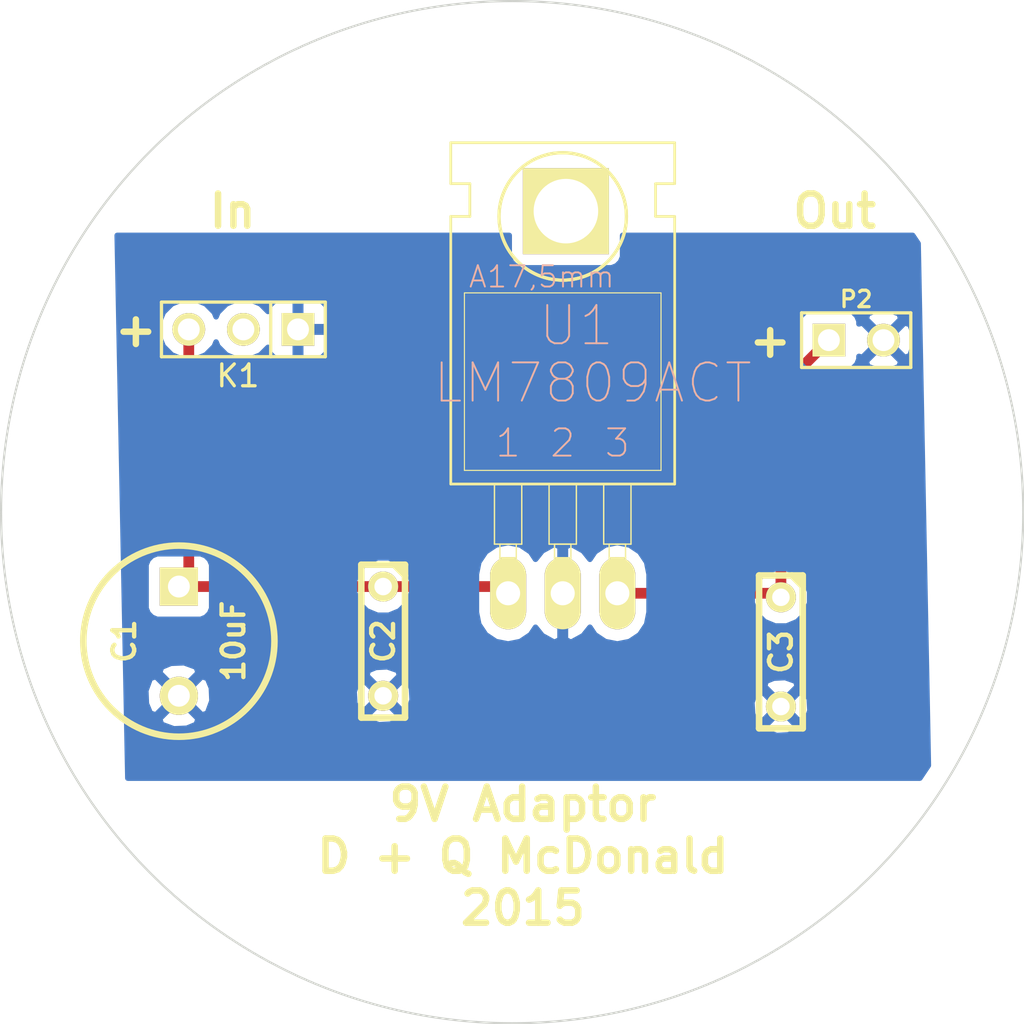
<source format=kicad_pcb>
(kicad_pcb (version 3) (host pcbnew "(2014-02-26 BZR 4721)-product")

  (general
    (links 10)
    (no_connects 0)
    (area 156.18027 96.18027 203.81973 143.81973)
    (thickness 1.6)
    (drawings 8)
    (tracks 9)
    (zones 0)
    (modules 7)
    (nets 5)
  )

  (page A4)
  (layers
    (15 F.Cu signal)
    (0 B.Cu signal hide)
    (16 B.Adhes user)
    (17 F.Adhes user)
    (18 B.Paste user)
    (19 F.Paste user)
    (20 B.SilkS user)
    (21 F.SilkS user)
    (22 B.Mask user)
    (23 F.Mask user)
    (24 Dwgs.User user)
    (25 Cmts.User user)
    (26 Eco1.User user)
    (27 Eco2.User user)
    (28 Edge.Cuts user)
  )

  (setup
    (last_trace_width 0.5)
    (trace_clearance 0.4)
    (zone_clearance 0.508)
    (zone_45_only no)
    (trace_min 0.254)
    (segment_width 0.2)
    (edge_width 0.1)
    (via_size 0.889)
    (via_drill 0.635)
    (via_min_size 0.889)
    (via_min_drill 0.508)
    (uvia_size 0.508)
    (uvia_drill 0.127)
    (uvias_allowed no)
    (uvia_min_size 0.508)
    (uvia_min_drill 0.127)
    (pcb_text_width 0.3)
    (pcb_text_size 1.5 1.5)
    (mod_edge_width 0.15)
    (mod_text_size 1 1)
    (mod_text_width 0.15)
    (pad_size 4 4)
    (pad_drill 3)
    (pad_to_mask_clearance 0)
    (aux_axis_origin 0 0)
    (visible_elements FFFFFF7F)
    (pcbplotparams
      (layerselection 283148289)
      (usegerberextensions true)
      (excludeedgelayer true)
      (linewidth 0.150000)
      (plotframeref false)
      (viasonmask false)
      (mode 1)
      (useauxorigin false)
      (hpglpennumber 1)
      (hpglpenspeed 20)
      (hpglpendiameter 15)
      (hpglpenoverlay 2)
      (psnegative false)
      (psa4output false)
      (plotreference true)
      (plotvalue true)
      (plotothertext true)
      (plotinvisibletext false)
      (padsonsilk false)
      (subtractmaskfromsilk false)
      (outputformat 1)
      (mirror false)
      (drillshape 0)
      (scaleselection 1)
      (outputdirectory Gerber/))
  )

  (net 0 "")
  (net 1 "Net-(C1-Pad1)")
  (net 2 "Net-(C1-Pad2)")
  (net 3 "Net-(C3-Pad1)")
  (net 4 "Net-(K1-Pad2)")

  (net_class Default "This is the default net class."
    (clearance 0.4)
    (trace_width 0.5)
    (via_dia 0.889)
    (via_drill 0.635)
    (uvia_dia 0.508)
    (uvia_drill 0.127)
    (add_net "")
    (add_net "Net-(C1-Pad1)")
    (add_net "Net-(C1-Pad2)")
    (add_net "Net-(C3-Pad1)")
    (add_net "Net-(K1-Pad2)")
  )

  (module discret:C2 (layer F.Cu) (tedit 200000) (tstamp 54C5714A)
    (at 174 126 270)
    (descr "Condensateur = 2 pas")
    (tags C)
    (path /54C56CFC)
    (fp_text reference C2 (at 0 0 270) (layer F.SilkS)
      (effects (font (size 1.016 1.016) (thickness 0.2032)))
    )
    (fp_text value 0.1uF (at 0 0 270) (layer F.SilkS) hide
      (effects (font (size 1.016 1.016) (thickness 0.2032)))
    )
    (fp_line (start -3.556 -1.016) (end 3.556 -1.016) (layer F.SilkS) (width 0.3048))
    (fp_line (start 3.556 -1.016) (end 3.556 1.016) (layer F.SilkS) (width 0.3048))
    (fp_line (start 3.556 1.016) (end -3.556 1.016) (layer F.SilkS) (width 0.3048))
    (fp_line (start -3.556 1.016) (end -3.556 -1.016) (layer F.SilkS) (width 0.3048))
    (fp_line (start -3.556 -0.508) (end -3.048 -1.016) (layer F.SilkS) (width 0.3048))
    (pad 1 thru_hole circle (at -2.54 0 270) (size 1.397 1.397) (drill 0.8128) (layers *.Cu *.Mask F.SilkS)
      (net 1 "Net-(C1-Pad1)"))
    (pad 2 thru_hole circle (at 2.54 0 270) (size 1.397 1.397) (drill 0.8128) (layers *.Cu *.Mask F.SilkS)
      (net 2 "Net-(C1-Pad2)"))
    (model discret/capa_2pas_5x5mm.wrl
      (at (xyz 0 0 0))
      (scale (xyz 1 1 1))
      (rotate (xyz 0 0 0))
    )
  )

  (module discret:C2 (layer F.Cu) (tedit 200000) (tstamp 54C57155)
    (at 192.5 126.5 270)
    (descr "Condensateur = 2 pas")
    (tags C)
    (path /54C56CE8)
    (fp_text reference C3 (at 0 0 270) (layer F.SilkS)
      (effects (font (size 1.016 1.016) (thickness 0.2032)))
    )
    (fp_text value 0.1uF (at 0 0 270) (layer F.SilkS) hide
      (effects (font (size 1.016 1.016) (thickness 0.2032)))
    )
    (fp_line (start -3.556 -1.016) (end 3.556 -1.016) (layer F.SilkS) (width 0.3048))
    (fp_line (start 3.556 -1.016) (end 3.556 1.016) (layer F.SilkS) (width 0.3048))
    (fp_line (start 3.556 1.016) (end -3.556 1.016) (layer F.SilkS) (width 0.3048))
    (fp_line (start -3.556 1.016) (end -3.556 -1.016) (layer F.SilkS) (width 0.3048))
    (fp_line (start -3.556 -0.508) (end -3.048 -1.016) (layer F.SilkS) (width 0.3048))
    (pad 1 thru_hole circle (at -2.54 0 270) (size 1.397 1.397) (drill 0.8128) (layers *.Cu *.Mask F.SilkS)
      (net 3 "Net-(C3-Pad1)"))
    (pad 2 thru_hole circle (at 2.54 0 270) (size 1.397 1.397) (drill 0.8128) (layers *.Cu *.Mask F.SilkS)
      (net 2 "Net-(C1-Pad2)"))
    (model discret/capa_2pas_5x5mm.wrl
      (at (xyz 0 0 0))
      (scale (xyz 1 1 1))
      (rotate (xyz 0 0 0))
    )
  )

  (module pin_array:PIN_ARRAY_2X1 (layer F.Cu) (tedit 4565C520) (tstamp 54C5716B)
    (at 196 112)
    (descr "Connecteurs 2 pins")
    (tags "CONN DEV")
    (path /54C56D84)
    (fp_text reference P2 (at 0 -1.905) (layer F.SilkS)
      (effects (font (size 0.762 0.762) (thickness 0.1524)))
    )
    (fp_text value CONN_2 (at 0 -1.905) (layer F.SilkS) hide
      (effects (font (size 0.762 0.762) (thickness 0.1524)))
    )
    (fp_line (start -2.54 1.27) (end -2.54 -1.27) (layer F.SilkS) (width 0.1524))
    (fp_line (start -2.54 -1.27) (end 2.54 -1.27) (layer F.SilkS) (width 0.1524))
    (fp_line (start 2.54 -1.27) (end 2.54 1.27) (layer F.SilkS) (width 0.1524))
    (fp_line (start 2.54 1.27) (end -2.54 1.27) (layer F.SilkS) (width 0.1524))
    (pad 1 thru_hole rect (at -1.27 0) (size 1.524 1.524) (drill 1.016) (layers *.Cu *.Mask F.SilkS)
      (net 3 "Net-(C3-Pad1)"))
    (pad 2 thru_hole circle (at 1.27 0) (size 1.524 1.524) (drill 1.016) (layers *.Cu *.Mask F.SilkS)
      (net 2 "Net-(C1-Pad2)"))
    (model pin_array/pins_array_2x1.wrl
      (at (xyz 0 0 0))
      (scale (xyz 1 1 1))
      (rotate (xyz 0 0 0))
    )
  )

  (module ref-packages:-TO220 (layer F.Cu) (tedit 200000) (tstamp 54C571B0)
    (at 182.352116 117.422501)
    (descr "TO 220 HORIZONTAL")
    (tags "TO 220 HORIZONTAL")
    (path /54C56CCA)
    (attr virtual)
    (fp_text reference U1 (at 0.635 -6.096) (layer B.SilkS)
      (effects (font (size 1.778 1.778) (thickness 0.0889)))
    )
    (fp_text value LM7809ACT (at 1.397 -3.429) (layer B.SilkS)
      (effects (font (size 1.778 1.778) (thickness 0.0889)))
    )
    (fp_line (start 2.159 4.699) (end 2.921 4.699) (layer F.SilkS) (width 0.06604))
    (fp_line (start 2.921 4.699) (end 2.921 4.064) (layer F.SilkS) (width 0.06604))
    (fp_line (start 2.159 4.064) (end 2.921 4.064) (layer F.SilkS) (width 0.06604))
    (fp_line (start 2.159 4.699) (end 2.159 4.064) (layer F.SilkS) (width 0.06604))
    (fp_line (start -0.381 4.699) (end 0.381 4.699) (layer F.SilkS) (width 0.06604))
    (fp_line (start 0.381 4.699) (end 0.381 4.064) (layer F.SilkS) (width 0.06604))
    (fp_line (start -0.381 4.064) (end 0.381 4.064) (layer F.SilkS) (width 0.06604))
    (fp_line (start -0.381 4.699) (end -0.381 4.064) (layer F.SilkS) (width 0.06604))
    (fp_line (start -2.921 4.699) (end -2.159 4.699) (layer F.SilkS) (width 0.06604))
    (fp_line (start -2.159 4.699) (end -2.159 4.064) (layer F.SilkS) (width 0.06604))
    (fp_line (start -2.921 4.064) (end -2.159 4.064) (layer F.SilkS) (width 0.06604))
    (fp_line (start -2.921 4.699) (end -2.921 4.064) (layer F.SilkS) (width 0.06604))
    (fp_line (start -3.175 4.064) (end -1.905 4.064) (layer F.SilkS) (width 0.06604))
    (fp_line (start -1.905 4.064) (end -1.905 1.27) (layer F.SilkS) (width 0.06604))
    (fp_line (start -3.175 1.27) (end -1.905 1.27) (layer F.SilkS) (width 0.06604))
    (fp_line (start -3.175 4.064) (end -3.175 1.27) (layer F.SilkS) (width 0.06604))
    (fp_line (start -0.635 4.064) (end 0.635 4.064) (layer F.SilkS) (width 0.06604))
    (fp_line (start 0.635 4.064) (end 0.635 1.27) (layer F.SilkS) (width 0.06604))
    (fp_line (start -0.635 1.27) (end 0.635 1.27) (layer F.SilkS) (width 0.06604))
    (fp_line (start -0.635 4.064) (end -0.635 1.27) (layer F.SilkS) (width 0.06604))
    (fp_line (start 1.905 4.064) (end 3.175 4.064) (layer F.SilkS) (width 0.06604))
    (fp_line (start 3.175 4.064) (end 3.175 1.27) (layer F.SilkS) (width 0.06604))
    (fp_line (start 1.905 1.27) (end 3.175 1.27) (layer F.SilkS) (width 0.06604))
    (fp_line (start 1.905 4.064) (end 1.905 1.27) (layer F.SilkS) (width 0.06604))
    (fp_line (start -2.921 6.604) (end -2.159 6.604) (layer F.SilkS) (width 0.06604))
    (fp_line (start -2.159 6.604) (end -2.159 4.699) (layer F.SilkS) (width 0.06604))
    (fp_line (start -2.921 4.699) (end -2.159 4.699) (layer F.SilkS) (width 0.06604))
    (fp_line (start -2.921 6.604) (end -2.921 4.699) (layer F.SilkS) (width 0.06604))
    (fp_line (start -0.381 6.604) (end 0.381 6.604) (layer F.SilkS) (width 0.06604))
    (fp_line (start 0.381 6.604) (end 0.381 4.699) (layer F.SilkS) (width 0.06604))
    (fp_line (start -0.381 4.699) (end 0.381 4.699) (layer F.SilkS) (width 0.06604))
    (fp_line (start -0.381 6.604) (end -0.381 4.699) (layer F.SilkS) (width 0.06604))
    (fp_line (start 2.159 6.604) (end 2.921 6.604) (layer F.SilkS) (width 0.06604))
    (fp_line (start 2.921 6.604) (end 2.921 4.699) (layer F.SilkS) (width 0.06604))
    (fp_line (start 2.159 4.699) (end 2.921 4.699) (layer F.SilkS) (width 0.06604))
    (fp_line (start 2.159 6.604) (end 2.159 4.699) (layer F.SilkS) (width 0.06604))
    (fp_line (start -5.207 1.27) (end 5.207 1.27) (layer F.SilkS) (width 0.127))
    (fp_line (start 5.207 -14.605) (end -5.207 -14.605) (layer F.SilkS) (width 0.127))
    (fp_line (start 5.207 1.27) (end 5.207 -11.176) (layer F.SilkS) (width 0.127))
    (fp_line (start 5.207 -11.176) (end 4.318 -11.176) (layer F.SilkS) (width 0.127))
    (fp_line (start 4.318 -11.176) (end 4.318 -12.7) (layer F.SilkS) (width 0.127))
    (fp_line (start 4.318 -12.7) (end 5.207 -12.7) (layer F.SilkS) (width 0.127))
    (fp_line (start 5.207 -12.7) (end 5.207 -14.605) (layer F.SilkS) (width 0.127))
    (fp_line (start -5.207 1.27) (end -5.207 -11.176) (layer F.SilkS) (width 0.127))
    (fp_line (start -5.207 -11.176) (end -4.318 -11.176) (layer F.SilkS) (width 0.127))
    (fp_line (start -4.318 -11.176) (end -4.318 -12.7) (layer F.SilkS) (width 0.127))
    (fp_line (start -4.318 -12.7) (end -5.207 -12.7) (layer F.SilkS) (width 0.127))
    (fp_line (start -5.207 -12.7) (end -5.207 -14.605) (layer F.SilkS) (width 0.127))
    (fp_line (start -4.572 0.635) (end 4.572 0.635) (layer F.SilkS) (width 0.0508))
    (fp_line (start 4.572 -7.62) (end 4.572 0.635) (layer F.SilkS) (width 0.0508))
    (fp_line (start 4.572 -7.62) (end -4.572 -7.62) (layer F.SilkS) (width 0.0508))
    (fp_line (start -4.572 0.635) (end -4.572 -7.62) (layer F.SilkS) (width 0.0508))
    (fp_circle (center 0 -11.176) (end -0.89916 -12.07516) (layer F.SilkS) (width 0.0635))
    (fp_circle (center 0 -11.176) (end -2.0955 -13.2715) (layer F.SilkS) (width 0.15))
    (fp_circle (center 0 -11.176) (end -2.0955 -13.2715) (layer F.SilkS) (width 0.15))
    (fp_circle (center 0 -11.176) (end -0.8255 -12.0015) (layer F.SilkS) (width 0.127))
    (fp_line (start -1.651 -11.176) (end 1.651 -11.176) (layer F.SilkS) (width 0.127))
    (fp_line (start 0 -9.525) (end 0 -12.827) (layer F.SilkS) (width 0.127))
    (fp_text user A17,5mm (at -0.9779 -8.3693) (layer B.SilkS)
      (effects (font (size 0.9906 0.9906) (thickness 0.0889)))
    )
    (fp_text user 1 (at -2.54 -0.635) (layer B.SilkS)
      (effects (font (size 1.27 1.27) (thickness 0.0889)))
    )
    (fp_text user 2 (at 0 -0.635) (layer B.SilkS)
      (effects (font (size 1.27 1.27) (thickness 0.0889)))
    )
    (fp_text user 3 (at 2.54 -0.635) (layer B.SilkS)
      (effects (font (size 1.27 1.27) (thickness 0.0889)))
    )
    (pad 1 thru_hole oval (at -2.54 6.35) (size 1.6764 3.3528) (drill 1.1176) (layers *.Cu F.Paste F.SilkS F.Mask)
      (net 1 "Net-(C1-Pad1)"))
    (pad 2 thru_hole oval (at 0 6.35) (size 1.6764 3.3528) (drill 1.1176) (layers *.Cu F.Paste F.SilkS F.Mask)
      (net 2 "Net-(C1-Pad2)"))
    (pad 3 thru_hole oval (at 2.54 6.35) (size 1.6764 3.3528) (drill 1.1176) (layers *.Cu F.Paste F.SilkS F.Mask)
      (net 3 "Net-(C3-Pad1)"))
  )

  (module discret:C2V8 (layer F.Cu) (tedit 46544AA3) (tstamp 54C57257)
    (at 164.5 126 270)
    (descr "Condensateur polarise")
    (tags CP)
    (path /54C56D10)
    (fp_text reference C1 (at 0 2.54 270) (layer F.SilkS)
      (effects (font (size 1.016 1.016) (thickness 0.2032)))
    )
    (fp_text value 10uF (at 0 -2.54 270) (layer F.SilkS)
      (effects (font (size 1.016 1.016) (thickness 0.2032)))
    )
    (fp_circle (center 0 0) (end -4.445 0) (layer F.SilkS) (width 0.3048))
    (pad 1 thru_hole rect (at -2.54 0 270) (size 1.778 1.778) (drill 1.016) (layers *.Cu *.Mask F.SilkS)
      (net 1 "Net-(C1-Pad1)"))
    (pad 2 thru_hole circle (at 2.54 0 270) (size 1.778 1.778) (drill 1.016) (layers *.Cu *.Mask F.SilkS)
      (net 2 "Net-(C1-Pad2)"))
    (model discret/c_vert_c2v10.wrl
      (at (xyz 0 0 0))
      (scale (xyz 1 1 1))
      (rotate (xyz 0 0 0))
    )
  )

  (module pin_array:PIN_ARRAY_3X1 (layer F.Cu) (tedit 4C1130E0) (tstamp 54C5AA46)
    (at 167.5 111.5 180)
    (descr "Connecteur 3 pins")
    (tags "CONN DEV")
    (path /54C5A9D4)
    (fp_text reference K1 (at 0.254 -2.159 180) (layer F.SilkS)
      (effects (font (size 1.016 1.016) (thickness 0.1524)))
    )
    (fp_text value CONN_3 (at 0 -2.159 180) (layer F.SilkS) hide
      (effects (font (size 1.016 1.016) (thickness 0.1524)))
    )
    (fp_line (start -3.81 1.27) (end -3.81 -1.27) (layer F.SilkS) (width 0.1524))
    (fp_line (start -3.81 -1.27) (end 3.81 -1.27) (layer F.SilkS) (width 0.1524))
    (fp_line (start 3.81 -1.27) (end 3.81 1.27) (layer F.SilkS) (width 0.1524))
    (fp_line (start 3.81 1.27) (end -3.81 1.27) (layer F.SilkS) (width 0.1524))
    (fp_line (start -1.27 -1.27) (end -1.27 1.27) (layer F.SilkS) (width 0.1524))
    (pad 1 thru_hole rect (at -2.54 0 180) (size 1.524 1.524) (drill 1.016) (layers *.Cu *.Mask F.SilkS)
      (net 2 "Net-(C1-Pad2)"))
    (pad 2 thru_hole circle (at 0 0 180) (size 1.524 1.524) (drill 1.016) (layers *.Cu *.Mask F.SilkS)
      (net 4 "Net-(K1-Pad2)"))
    (pad 3 thru_hole circle (at 2.54 0 180) (size 1.524 1.524) (drill 1.016) (layers *.Cu *.Mask F.SilkS)
      (net 1 "Net-(C1-Pad1)"))
    (model pin_array/pins_array_3x1.wrl
      (at (xyz 0 0 0))
      (scale (xyz 1 1 1))
      (rotate (xyz 0 0 0))
    )
  )

  (module pin_array:PIN_ARRAY_1 (layer F.Cu) (tedit 54C5B937) (tstamp 54CEE01B)
    (at 182.5 106)
    (descr "1 pin")
    (tags "CONN DEV")
    (fp_text reference "" (at 0 -1.905) (layer F.SilkS)
      (effects (font (size 0.762 0.762) (thickness 0.1524)))
    )
    (fp_text value Val** (at 0 -1.905) (layer F.SilkS) hide
      (effects (font (size 0.762 0.762) (thickness 0.1524)))
    )
    (fp_line (start 1.27 1.27) (end -1.27 1.27) (layer F.SilkS) (width 0.1524))
    (fp_line (start -1.27 -1.27) (end 1.27 -1.27) (layer F.SilkS) (width 0.1524))
    (fp_line (start -1.27 1.27) (end -1.27 -1.27) (layer F.SilkS) (width 0.1524))
    (fp_line (start 1.27 -1.27) (end 1.27 1.27) (layer F.SilkS) (width 0.1524))
    (pad 1 thru_hole rect (at 0 0) (size 4 4) (drill 3) (layers *.Cu *.Mask F.SilkS))
    (model pin_array\pin_1.wrl
      (at (xyz 0 0 0))
      (scale (xyz 1 1 1))
      (rotate (xyz 0 0 0))
    )
  )

  (gr_text 100nF (at 177 126 90) (layer F.Cu)
    (effects (font (size 1.5 1.5) (thickness 0.3)))
  )
  (gr_text 100nF (at 196 126.5 90) (layer F.Cu)
    (effects (font (size 1.5 1.5) (thickness 0.3)))
  )
  (gr_text Out (at 195 106) (layer F.SilkS)
    (effects (font (size 1.5 1.5) (thickness 0.3)))
  )
  (gr_text In (at 167 106) (layer F.SilkS)
    (effects (font (size 1.5 1.5) (thickness 0.3)))
  )
  (gr_text + (at 192 112) (layer F.SilkS)
    (effects (font (size 1.5 1.5) (thickness 0.3)))
  )
  (gr_text + (at 162.5 111.5) (layer F.SilkS)
    (effects (font (size 1.5 1.5) (thickness 0.3)))
  )
  (gr_text "9V Adaptor\nD + Q McDonald\n2015" (at 180.5 136) (layer F.SilkS)
    (effects (font (size 1.5 1.5) (thickness 0.3)))
  )
  (gr_circle (center 180 120) (end 202 129) (layer Edge.Cuts) (width 0.1))

  (segment (start 174 123.46) (end 179.499615 123.46) (width 0.5) (layer F.Cu) (net 1))
  (segment (start 179.499615 123.46) (end 179.812116 123.772501) (width 0.5) (layer F.Cu) (net 1) (tstamp 54C5B3EC))
  (segment (start 164.5 123.46) (end 174 123.46) (width 0.5) (layer F.Cu) (net 1))
  (segment (start 164.96 111.5) (end 164.96 123) (width 0.5) (layer F.Cu) (net 1))
  (segment (start 164.96 123) (end 164.5 123.46) (width 0.5) (layer F.Cu) (net 1) (tstamp 54C5B397))
  (segment (start 192.5 123.96) (end 192.5 114.23) (width 0.5) (layer F.Cu) (net 3))
  (segment (start 192.5 114.23) (end 194.73 112) (width 0.5) (layer F.Cu) (net 3) (tstamp 54C5B406))
  (segment (start 184.892116 123.772501) (end 192.312501 123.772501) (width 0.5) (layer F.Cu) (net 3))
  (segment (start 192.312501 123.772501) (end 192.5 123.96) (width 0.5) (layer F.Cu) (net 3) (tstamp 54C5B3F7))

  (zone (net 2) (net_name "Net-(C1-Pad2)") (layer B.Cu) (tstamp 54D7F703) (hatch edge 0.508)
    (connect_pads (clearance 0.508))
    (min_thickness 0.254)
    (fill (arc_segments 16) (thermal_gap 0.508) (thermal_bridge_width 0.508))
    (polygon
      (pts
        (xy 199.5 132.5) (xy 162 132.5) (xy 161.5 107) (xy 199 107)
      )
    )
    (filled_polygon
      (pts
        (xy 199.358865 131.780425) (xy 198.962919 132.373) (xy 198.679144 132.373) (xy 198.679144 112.207698) (xy 198.651362 111.652632)
        (xy 198.492397 111.268857) (xy 198.250213 111.199392) (xy 198.070608 111.378997) (xy 198.070608 111.019787) (xy 198.001143 110.777603)
        (xy 197.477698 110.590856) (xy 196.922632 110.618638) (xy 196.538857 110.777603) (xy 196.469392 111.019787) (xy 197.27 111.820395)
        (xy 198.070608 111.019787) (xy 198.070608 111.378997) (xy 197.449605 112) (xy 198.250213 112.800608) (xy 198.492397 112.731143)
        (xy 198.679144 112.207698) (xy 198.679144 132.373) (xy 198.070608 132.373) (xy 198.070608 112.980213) (xy 197.27 112.179605)
        (xy 197.090395 112.35921) (xy 197.090395 112) (xy 196.289787 111.199392) (xy 196.127 111.246083) (xy 196.127 111.111691)
        (xy 196.030327 110.878302) (xy 195.851699 110.699673) (xy 195.61831 110.603) (xy 195.365691 110.603) (xy 193.841691 110.603)
        (xy 193.608302 110.699673) (xy 193.429673 110.878301) (xy 193.333 111.11169) (xy 193.333 111.364309) (xy 193.333 112.888309)
        (xy 193.429673 113.121698) (xy 193.608301 113.300327) (xy 193.84169 113.397) (xy 194.094309 113.397) (xy 195.618309 113.397)
        (xy 195.851698 113.300327) (xy 196.030327 113.121699) (xy 196.127 112.88831) (xy 196.127 112.753916) (xy 196.289787 112.800608)
        (xy 197.090395 112) (xy 197.090395 112.35921) (xy 196.469392 112.980213) (xy 196.538857 113.222397) (xy 197.062302 113.409144)
        (xy 197.617368 113.381362) (xy 198.001143 113.222397) (xy 198.070608 112.980213) (xy 198.070608 132.373) (xy 193.845927 132.373)
        (xy 193.845927 129.23252) (xy 193.833731 129.008035) (xy 193.833731 123.695914) (xy 193.631146 123.20562) (xy 193.256353 122.830173)
        (xy 192.766413 122.626732) (xy 192.235914 122.626269) (xy 191.74562 122.828854) (xy 191.370173 123.203647) (xy 191.166732 123.693587)
        (xy 191.166269 124.224086) (xy 191.368854 124.71438) (xy 191.743647 125.089827) (xy 192.233587 125.293268) (xy 192.764086 125.293731)
        (xy 193.25438 125.091146) (xy 193.629827 124.716353) (xy 193.833268 124.226413) (xy 193.833731 123.695914) (xy 193.833731 129.008035)
        (xy 193.817148 128.702801) (xy 193.6698 128.347071) (xy 193.434188 128.285417) (xy 193.254583 128.465022) (xy 193.254583 128.105812)
        (xy 193.192929 127.8702) (xy 192.69252 127.694073) (xy 192.162801 127.722852) (xy 191.807071 127.8702) (xy 191.745417 128.105812)
        (xy 192.5 128.860395) (xy 193.254583 128.105812) (xy 193.254583 128.465022) (xy 192.679605 129.04) (xy 193.434188 129.794583)
        (xy 193.6698 129.732929) (xy 193.845927 129.23252) (xy 193.845927 132.373) (xy 193.254583 132.373) (xy 193.254583 129.974188)
        (xy 192.5 129.219605) (xy 192.320395 129.39921) (xy 192.320395 129.04) (xy 191.565812 128.285417) (xy 191.3302 128.347071)
        (xy 191.154073 128.84748) (xy 191.182852 129.377199) (xy 191.3302 129.732929) (xy 191.565812 129.794583) (xy 192.320395 129.04)
        (xy 192.320395 129.39921) (xy 191.745417 129.974188) (xy 191.807071 130.2098) (xy 192.30748 130.385927) (xy 192.837199 130.357148)
        (xy 193.192929 130.2098) (xy 193.254583 129.974188) (xy 193.254583 132.373) (xy 186.365316 132.373) (xy 186.365316 124.655984)
        (xy 186.365316 122.889018) (xy 186.253175 122.325249) (xy 185.933826 121.847308) (xy 185.455885 121.527959) (xy 184.892116 121.415818)
        (xy 184.328347 121.527959) (xy 183.850406 121.847308) (xy 183.618041 122.195067) (xy 183.304024 121.802788) (xy 182.798553 121.52464)
        (xy 182.707154 121.504522) (xy 182.479116 121.626001) (xy 182.479116 123.645501) (xy 182.499116 123.645501) (xy 182.499116 123.899501)
        (xy 182.479116 123.899501) (xy 182.479116 125.919001) (xy 182.707154 126.04048) (xy 182.798553 126.020362) (xy 183.304024 125.742214)
        (xy 183.618041 125.349934) (xy 183.850406 125.697694) (xy 184.328347 126.017043) (xy 184.892116 126.129184) (xy 185.455885 126.017043)
        (xy 185.933826 125.697694) (xy 186.253175 125.219753) (xy 186.365316 124.655984) (xy 186.365316 132.373) (xy 182.225116 132.373)
        (xy 182.225116 125.919001) (xy 182.225116 123.899501) (xy 182.205116 123.899501) (xy 182.205116 123.645501) (xy 182.225116 123.645501)
        (xy 182.225116 121.626001) (xy 181.997078 121.504522) (xy 181.905679 121.52464) (xy 181.400208 121.802788) (xy 181.08619 122.195067)
        (xy 180.853826 121.847308) (xy 180.375885 121.527959) (xy 179.812116 121.415818) (xy 179.248347 121.527959) (xy 178.770406 121.847308)
        (xy 178.451057 122.325249) (xy 178.338916 122.889018) (xy 178.338916 124.655984) (xy 178.451057 125.219753) (xy 178.770406 125.697694)
        (xy 179.248347 126.017043) (xy 179.812116 126.129184) (xy 180.375885 126.017043) (xy 180.853826 125.697694) (xy 181.08619 125.349934)
        (xy 181.400208 125.742214) (xy 181.905679 126.020362) (xy 181.997078 126.04048) (xy 182.225116 125.919001) (xy 182.225116 132.373)
        (xy 175.345927 132.373) (xy 175.345927 128.73252) (xy 175.333731 128.508035) (xy 175.333731 123.195914) (xy 175.131146 122.70562)
        (xy 174.756353 122.330173) (xy 174.266413 122.126732) (xy 173.735914 122.126269) (xy 173.24562 122.328854) (xy 172.870173 122.703647)
        (xy 172.666732 123.193587) (xy 172.666269 123.724086) (xy 172.868854 124.21438) (xy 173.243647 124.589827) (xy 173.733587 124.793268)
        (xy 174.264086 124.793731) (xy 174.75438 124.591146) (xy 175.129827 124.216353) (xy 175.333268 123.726413) (xy 175.333731 123.195914)
        (xy 175.333731 128.508035) (xy 175.317148 128.202801) (xy 175.1698 127.847071) (xy 174.934188 127.785417) (xy 174.754583 127.965022)
        (xy 174.754583 127.605812) (xy 174.692929 127.3702) (xy 174.19252 127.194073) (xy 173.662801 127.222852) (xy 173.307071 127.3702)
        (xy 173.245417 127.605812) (xy 174 128.360395) (xy 174.754583 127.605812) (xy 174.754583 127.965022) (xy 174.179605 128.54)
        (xy 174.934188 129.294583) (xy 175.1698 129.232929) (xy 175.345927 128.73252) (xy 175.345927 132.373) (xy 174.754583 132.373)
        (xy 174.754583 129.474188) (xy 174 128.719605) (xy 173.820395 128.89921) (xy 173.820395 128.54) (xy 173.065812 127.785417)
        (xy 172.8302 127.847071) (xy 172.654073 128.34748) (xy 172.682852 128.877199) (xy 172.8302 129.232929) (xy 173.065812 129.294583)
        (xy 173.820395 128.54) (xy 173.820395 128.89921) (xy 173.245417 129.474188) (xy 173.307071 129.7098) (xy 173.80748 129.885927)
        (xy 174.337199 129.857148) (xy 174.692929 129.7098) (xy 174.754583 129.474188) (xy 174.754583 132.373) (xy 171.437 132.373)
        (xy 171.437 112.38831) (xy 171.437 112.135691) (xy 171.437 111.78575) (xy 171.437 111.21425) (xy 171.437 110.864309)
        (xy 171.437 110.61169) (xy 171.340327 110.378301) (xy 171.161698 110.199673) (xy 170.928309 110.103) (xy 170.32575 110.103)
        (xy 170.167 110.26175) (xy 170.167 111.373) (xy 171.27825 111.373) (xy 171.437 111.21425) (xy 171.437 111.78575)
        (xy 171.27825 111.627) (xy 170.167 111.627) (xy 170.167 112.73825) (xy 170.32575 112.897) (xy 170.928309 112.897)
        (xy 171.161698 112.800327) (xy 171.340327 112.621699) (xy 171.437 112.38831) (xy 171.437 132.373) (xy 169.913 132.373)
        (xy 169.913 112.73825) (xy 169.913 111.627) (xy 169.893 111.627) (xy 169.893 111.373) (xy 169.913 111.373)
        (xy 169.913 110.26175) (xy 169.75425 110.103) (xy 169.151691 110.103) (xy 168.918302 110.199673) (xy 168.739673 110.378301)
        (xy 168.643 110.61169) (xy 168.643 110.667613) (xy 168.29237 110.316371) (xy 167.7791 110.103243) (xy 167.223339 110.102758)
        (xy 166.709697 110.31499) (xy 166.316371 110.70763) (xy 166.23005 110.915512) (xy 166.14501 110.709697) (xy 165.75237 110.316371)
        (xy 165.2391 110.103243) (xy 164.683339 110.102758) (xy 164.169697 110.31499) (xy 163.776371 110.70763) (xy 163.563243 111.2209)
        (xy 163.562758 111.776661) (xy 163.77499 112.290303) (xy 164.16763 112.683629) (xy 164.6809 112.896757) (xy 165.236661 112.897242)
        (xy 165.750303 112.68501) (xy 166.143629 112.29237) (xy 166.229949 112.084487) (xy 166.31499 112.290303) (xy 166.70763 112.683629)
        (xy 167.2209 112.896757) (xy 167.776661 112.897242) (xy 168.290303 112.68501) (xy 168.643 112.332928) (xy 168.643 112.38831)
        (xy 168.739673 112.621699) (xy 168.918302 112.800327) (xy 169.151691 112.897) (xy 169.75425 112.897) (xy 169.913 112.73825)
        (xy 169.913 132.373) (xy 166.035516 132.373) (xy 166.035516 128.778035) (xy 166.024 128.507587) (xy 166.024 124.47531)
        (xy 166.024 124.222691) (xy 166.024 122.444691) (xy 165.927327 122.211302) (xy 165.748699 122.032673) (xy 165.51531 121.936)
        (xy 165.262691 121.936) (xy 163.484691 121.936) (xy 163.251302 122.032673) (xy 163.072673 122.211301) (xy 162.976 122.44469)
        (xy 162.976 122.697309) (xy 162.976 124.475309) (xy 163.072673 124.708698) (xy 163.251301 124.887327) (xy 163.48469 124.984)
        (xy 163.737309 124.984) (xy 165.515309 124.984) (xy 165.748698 124.887327) (xy 165.927327 124.708699) (xy 166.024 124.47531)
        (xy 166.024 128.507587) (xy 166.009723 128.1723) (xy 165.827539 127.732467) (xy 165.572196 127.647409) (xy 165.392591 127.827014)
        (xy 165.392591 127.467804) (xy 165.307533 127.212461) (xy 164.738035 127.004484) (xy 164.1323 127.030277) (xy 163.692467 127.212461)
        (xy 163.607409 127.467804) (xy 164.5 128.360395) (xy 165.392591 127.467804) (xy 165.392591 127.827014) (xy 164.679605 128.54)
        (xy 165.572196 129.432591) (xy 165.827539 129.347533) (xy 166.035516 128.778035) (xy 166.035516 132.373) (xy 165.392591 132.373)
        (xy 165.392591 129.612196) (xy 164.5 128.719605) (xy 164.320395 128.89921) (xy 164.320395 128.54) (xy 163.427804 127.647409)
        (xy 163.172461 127.732467) (xy 162.964484 128.301965) (xy 162.990277 128.9077) (xy 163.172461 129.347533) (xy 163.427804 129.432591)
        (xy 164.320395 128.54) (xy 164.320395 128.89921) (xy 163.607409 129.612196) (xy 163.692467 129.867539) (xy 164.261965 130.075516)
        (xy 164.8677 130.049723) (xy 165.307533 129.867539) (xy 165.392591 129.612196) (xy 165.392591 132.373) (xy 162.124534 132.373)
        (xy 161.629515 107.127) (xy 179.865 107.127) (xy 179.865 108.126309) (xy 179.961673 108.359698) (xy 180.140301 108.538327)
        (xy 180.37369 108.635) (xy 180.626309 108.635) (xy 184.626309 108.635) (xy 184.859698 108.538327) (xy 185.038327 108.359699)
        (xy 185.135 108.12631) (xy 185.135 107.873691) (xy 185.135 107.127) (xy 198.62883 107.127) (xy 198.882922 107.507275)
        (xy 199.358865 131.780425)
      )
    )
  )
)

</source>
